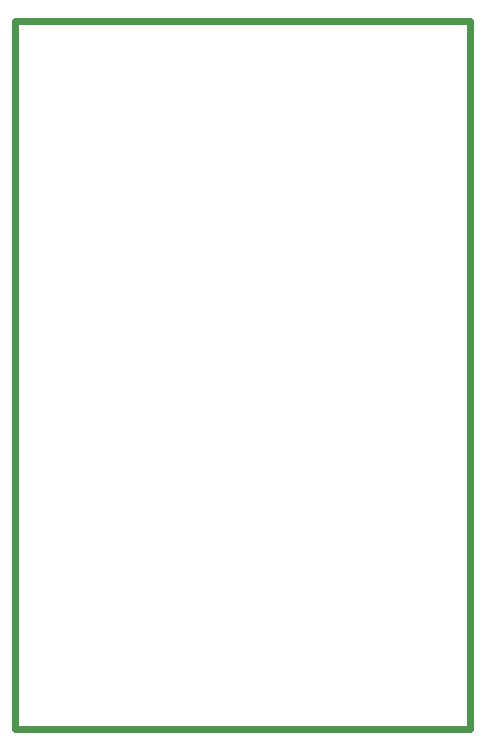
<source format=gbo>
G75*
%MOIN*%
%OFA0B0*%
%FSLAX25Y25*%
%IPPOS*%
%LPD*%
%AMOC8*
5,1,8,0,0,1.08239X$1,22.5*
%
%ADD10C,0.02400*%
D10*
X0024406Y0031228D02*
X0175981Y0031228D01*
X0175981Y0267449D01*
X0024406Y0267449D01*
X0024406Y0031228D01*
M02*

</source>
